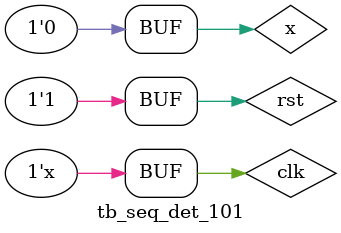
<source format=v>
module tb_seq_det_101;

  // Inputs
  reg clk;
  reg rst;
  reg x;

  // Outputs
  wire y_mealy;
  wire y_moore;

  // Instantiate Mealy FSM
  seq_det_101_mealy mealy_fsm (
    .rst(rst),
    .clk(clk),
    .x(x),
    .y(y_mealy)
  );

  // Instantiate Moore FSM
  seq_det_101_moore moore_fsm (
    .rst(rst),
    .clk(clk),
    .x(x),
    .y(y_moore)
  );

  // Clock generation (50 MHz)
  always #5 clk = ~clk;

  initial begin
	rst=1'b0; clk=1'b0;// en=1'b0;
	x = 0;
    #10 rst=1'b1;
	//@(posedge clk);// en=1'b1;
    // Initial state


    // Reset both FSMs
    //#5 rst = 1;
    //#10 rst = 0;

    // Input sequence to test "101" detection
	#10 x = 0;
	#10 x = 1;
	#10 x = 1;
    #10 x = 1;
    #10 x = 0;
    #10 x = 1; // First "101" detected
    #10 x = 0;
	#10 x = 0;
    #10 x = 1; // Second "101" detected (overlapping)
    #10 x = 0;
    #10 x = 1;
	#10 x = 0;
    #10 x = 1; // Additional transitions to check FSM behavior
	#10 x = 0;
	#10 x = 0;

	#200;
  end

  // Display signals
  initial begin
    $monitor("Time: %0d | x: %b | y_mealy: %b | y_moore: %b | rst: %b", $time, x, y_mealy, y_moore, rst);
  end

endmodule

</source>
